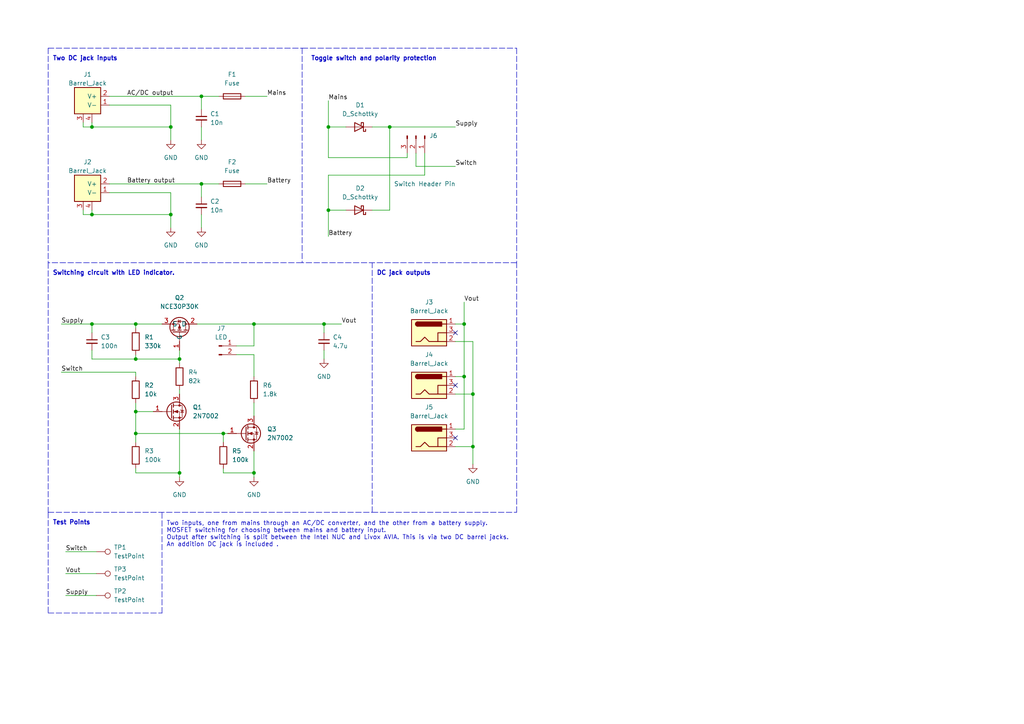
<source format=kicad_sch>
(kicad_sch (version 20211123) (generator eeschema)
  (paper "A4")
  (title_block (title "Power Distribution and Switching") (date "December 2022") (rev "V0") (company "University of Cape Town") (comment 1 "Based off of design by Stanton (2022)") (comment 2 "Author: Sarah Tallack") (comment 3 "Project: Sea Ice Imaging"))
  (lib_symbols
    (symbol "Barrel_Jack_1" (pin_names (offset 1.016))
      (property "Reference" "J1" (at 0 8.89 0))
      (property "Value" "Barrel_Jack" (at 0 6.35 0))
      (symbol "Barrel_Jack_1_0_1"
        (rectangle (start -2.54 2.54) (end 5.08 -5.08) (stroke (width 0.254)) (fill (type background)))
      )
      (symbol "Barrel_Jack_1_1_1"
        (pin passive line (at 7.62 -2.54 180) (length 2.54) (name "V-") (number "1"))
        (pin passive line (at 7.62 0 180) (length 2.54) (name "V+") (number "2"))
        (pin passive line (at 0 -7.62 90) (length 2.54) (name "~") (number "3"))
        (pin passive line (at 2.54 -7.62 90) (length 2.54) (name "~") (number "4"))
      )
    )
    (symbol "Connector:Conn_01x02_Male" (pin_names (offset 1.016) hide)
      (property "Reference" "J" (at 0 2.54 0))
      (property "Value" "Conn_01x02_Male" (at 0 -5.08 0))
      (symbol "Conn_01x02_Male_1_1"
        (polyline (pts (xy 1.27 -2.54) (xy 0.8636 -2.54)) (stroke (width 0.1524)))
        (polyline (pts (xy 1.27 0) (xy 0.8636 0)) (stroke (width 0.1524)))
        (rectangle (start 0.8636 -2.413) (end 0 -2.667) (stroke (width 0.1524)) (fill (type outline)))
        (rectangle (start 0.8636 0.127) (end 0 -0.127) (stroke (width 0.1524)) (fill (type outline)))
        (pin passive line (at 5.08 0 180) (length 3.81) (name "Pin_1") (number "1"))
        (pin passive line (at 5.08 -2.54 180) (length 3.81) (name "Pin_2") (number "2"))
      )
    )
    (symbol "Connector:Conn_01x03_Male" (pin_names (offset 1.016) hide)
      (property "Reference" "J" (at 0 5.08 0))
      (property "Value" "Conn_01x03_Male" (at 0 -5.08 0))
      (symbol "Conn_01x03_Male_1_1"
        (polyline (pts (xy 1.27 -2.54) (xy 0.8636 -2.54)) (stroke (width 0.1524)))
        (polyline (pts (xy 1.27 0) (xy 0.8636 0)) (stroke (width 0.1524)))
        (polyline (pts (xy 1.27 2.54) (xy 0.8636 2.54)) (stroke (width 0.1524)))
        (rectangle (start 0.8636 -2.413) (end 0 -2.667) (stroke (width 0.1524)) (fill (type outline)))
        (rectangle (start 0.8636 0.127) (end 0 -0.127) (stroke (width 0.1524)) (fill (type outline)))
        (rectangle (start 0.8636 2.667) (end 0 2.413) (stroke (width 0.1524)) (fill (type outline)))
        (pin passive line (at 5.08 2.54 180) (length 3.81) (name "Pin_1") (number "1"))
        (pin passive line (at 5.08 0 180) (length 3.81) (name "Pin_2") (number "2"))
        (pin passive line (at 5.08 -2.54 180) (length 3.81) (name "Pin_3") (number "3"))
      )
    )
    (symbol "Connector:TestPoint" (pin_numbers hide) (pin_names (offset 0.762) hide)
      (property "Reference" "TP" (at 0 6.858 0))
      (property "Value" "TestPoint" (at 0 5.08 0))
      (symbol "TestPoint_0_1"
        (circle (center 0 3.302) (radius 0.762))
      )
      (symbol "TestPoint_1_1"
        (pin passive line (at 0 0 90) (length 2.54) (name "1") (number "1"))
      )
    )
    (symbol "Device:C_Small" (pin_numbers hide) (pin_names (offset 0.254) hide)
      (property "Reference" "C" (at 0.254 1.778 0))
      (property "Value" "C_Small" (at 0.254 -2.032 0))
      (symbol "C_Small_0_1"
        (polyline (pts (xy -1.524 -0.508) (xy 1.524 -0.508)) (stroke (width 0.3302)))
        (polyline (pts (xy -1.524 0.508) (xy 1.524 0.508)) (stroke (width 0.3048)))
      )
      (symbol "C_Small_1_1"
        (pin passive line (at 0 2.54 270) (length 2.032) (name "~") (number "1"))
        (pin passive line (at 0 -2.54 90) (length 2.032) (name "~") (number "2"))
      )
    )
    (symbol "Device:D_Schottky" (pin_numbers hide) (pin_names (offset 1.016) hide)
      (property "Reference" "D" (at 0 2.54 0))
      (property "Value" "D_Schottky" (at 0 -2.54 0))
      (symbol "D_Schottky_0_1"
        (polyline (pts (xy 1.27 0) (xy -1.27 0)))
        (polyline (pts (xy 1.27 1.27) (xy 1.27 -1.27) (xy -1.27 0) (xy 1.27 1.27)) (stroke (width 0.254)))
        (polyline (pts (xy -1.905 0.635) (xy -1.905 1.27) (xy -1.27 1.27) (xy -1.27 -1.27) (xy -0.635 -1.27) (xy -0.635 -0.635)) (stroke (width 0.254)))
      )
      (symbol "D_Schottky_1_1"
        (pin passive line (at -3.81 0 0) (length 2.54) (name "K") (number "1"))
        (pin passive line (at 3.81 0 180) (length 2.54) (name "A") (number "2"))
      )
    )
    (symbol "Device:Fuse" (pin_numbers hide) (pin_names (offset 0))
      (property "Reference" "F" (at 2.032 0 90))
      (property "Value" "Fuse" (at -1.905 0 90))
      (symbol "Fuse_0_1"
        (rectangle (start -0.762 -2.54) (end 0.762 2.54) (stroke (width 0.254)))
        (polyline (pts (xy 0 2.54) (xy 0 -2.54)))
      )
      (symbol "Fuse_1_1"
        (pin passive line (at 0 3.81 270) (length 1.27) (name "~") (number "1"))
        (pin passive line (at 0 -3.81 90) (length 1.27) (name "~") (number "2"))
      )
    )
    (symbol "Device:R" (pin_numbers hide) (pin_names (offset 0))
      (property "Reference" "R" (at 2.032 0 90))
      (property "Value" "R" (at 0 0 90))
      (symbol "R_0_1"
        (rectangle (start -1.016 -2.54) (end 1.016 2.54) (stroke (width 0.254)))
      )
      (symbol "R_1_1"
        (pin passive line (at 0 3.81 270) (length 1.27) (name "~") (number "1"))
        (pin passive line (at 0 -3.81 90) (length 1.27) (name "~") (number "2"))
      )
    )
    (symbol "SarahLibrary:Barrel_Jack" (pin_names (offset 1.016))
      (property "Reference" "J2" (at 0 8.89 0))
      (property "Value" "Barrel_Jack" (at 0 6.35 0))
      (symbol "Barrel_Jack_0_1"
        (rectangle (start -5.08 3.81) (end 5.08 -3.81) (stroke (width 0.254)) (fill (type background)))
        (arc (start -3.302 3.175) (mid -3.937 2.54) (end -3.302 1.905) (stroke (width 0.254)))
        (arc (start -3.302 3.175) (mid -3.937 2.54) (end -3.302 1.905) (stroke (width 0.254)) (fill (type outline)))
        (polyline (pts (xy 5.08 2.54) (xy 3.81 2.54)) (stroke (width 0.254)))
        (polyline (pts (xy 2.54 -2.54) (xy 2.54 0) (xy 5.08 0)) (stroke (width 0.25)))
        (polyline (pts (xy -3.81 -2.54) (xy -2.54 -2.54) (xy -1.27 -1.27) (xy 0 -2.54) (xy 2.54 -2.54) (xy 5.08 -2.54)) (stroke (width 0.254)))
        (rectangle (start 3.683 3.175) (end -3.302 1.905) (stroke (width 0.254)) (fill (type outline)))
      )
      (symbol "Barrel_Jack_1_1"
        (pin passive line (at 7.62 2.54 180) (length 2.54) (name "~") (number "1"))
        (pin passive line (at 7.62 -2.54 180) (length 2.54) (name "~") (number "2"))
        (pin passive line (at 7.62 0 180) (length 2.54) (name "~") (number "3"))
      )
    )
    (symbol "SarahLibrary:NCE30P30K"
      (property "Reference" "Q" (at 0 0 0))
      (property "Value" "NCE30P30K" (at 0 0 0))
      (symbol "NCE30P30K_0_1"
        (circle (center -12.319 0) (radius 2.794) (stroke (width 0.254)))
        (circle (center -11.43 -1.778) (radius 0.254) (fill (type outline)))
        (circle (center -11.43 1.778) (radius 0.254) (fill (type outline)))
        (polyline (pts (xy -13.716 0) (xy -16.51 0)))
        (polyline (pts (xy -13.716 1.905) (xy -13.716 -1.905)) (stroke (width 0.254)))
        (polyline (pts (xy -13.208 -1.27) (xy -13.208 -2.286)) (stroke (width 0.254)))
        (polyline (pts (xy -13.208 0.508) (xy -13.208 -0.508)) (stroke (width 0.254)))
        (polyline (pts (xy -13.208 2.286) (xy -13.208 1.27)) (stroke (width 0.254)))
        (polyline (pts (xy -11.43 2.54) (xy -11.43 1.778)))
        (polyline (pts (xy -11.43 -2.54) (xy -11.43 0) (xy -13.208 0)))
        (polyline (pts (xy -13.208 1.778) (xy -10.668 1.778) (xy -10.668 -1.778) (xy -13.208 -1.778)))
        (polyline (pts (xy -11.684 0) (xy -12.7 0.381) (xy -12.7 -0.381) (xy -11.684 0)) (fill (type outline)))
        (polyline (pts (xy -11.176 -0.508) (xy -11.049 -0.381) (xy -10.287 -0.381) (xy -10.16 -0.254)))
        (polyline (pts (xy -10.668 -0.381) (xy -11.049 0.254) (xy -10.287 0.254) (xy -10.668 -0.381)))
      )
      (symbol "NCE30P30K_1_1"
        (pin passive line (at -19.05 0 0) (length 2.54) (name "G") (number "1"))
        (pin passive line (at -11.43 5.08 270) (length 2.54) (name "D") (number "2"))
        (pin passive line (at -11.43 -5.08 90) (length 2.54) (name "S") (number "3"))
      )
    )
    (symbol "Transistor_FET:2N7002" (pin_names hide)
      (property "Reference" "Q" (at 5.08 1.905 0))
      (property "Value" "2N7002" (at 5.08 0 0))
      (symbol "2N7002_0_1"
        (polyline (pts (xy 0.254 0) (xy -2.54 0)))
        (polyline (pts (xy 0.254 1.905) (xy 0.254 -1.905)) (stroke (width 0.254)))
        (polyline (pts (xy 0.762 -1.27) (xy 0.762 -2.286)) (stroke (width 0.254)))
        (polyline (pts (xy 0.762 0.508) (xy 0.762 -0.508)) (stroke (width 0.254)))
        (polyline (pts (xy 0.762 2.286) (xy 0.762 1.27)) (stroke (width 0.254)))
        (polyline (pts (xy 2.54 2.54) (xy 2.54 1.778)))
        (polyline (pts (xy 2.54 -2.54) (xy 2.54 0) (xy 0.762 0)))
        (polyline (pts (xy 0.762 -1.778) (xy 3.302 -1.778) (xy 3.302 1.778) (xy 0.762 1.778)))
        (polyline (pts (xy 1.016 0) (xy 2.032 0.381) (xy 2.032 -0.381) (xy 1.016 0)) (fill (type outline)))
        (polyline (pts (xy 2.794 0.508) (xy 2.921 0.381) (xy 3.683 0.381) (xy 3.81 0.254)))
        (polyline (pts (xy 3.302 0.381) (xy 2.921 -0.254) (xy 3.683 -0.254) (xy 3.302 0.381)))
        (circle (center 1.651 0) (radius 2.794) (stroke (width 0.254)))
        (circle (center 2.54 -1.778) (radius 0.254) (fill (type outline)))
        (circle (center 2.54 1.778) (radius 0.254) (fill (type outline)))
      )
      (symbol "2N7002_1_1"
        (pin input line (at -5.08 0 0) (length 2.54) (name "G") (number "1"))
        (pin passive line (at 2.54 -5.08 90) (length 2.54) (name "S") (number "2"))
        (pin passive line (at 2.54 5.08 270) (length 2.54) (name "D") (number "3"))
      )
    )
    (symbol "power:GND" (power) (pin_names (offset 0))
      (property "Value" "GND" (at 0 -3.81 0))
      (symbol "GND_0_1"
        (polyline (pts (xy 0 0) (xy 0 -1.27) (xy 1.27 -1.27) (xy 0 -2.54) (xy -1.27 -1.27) (xy 0 -1.27)))
      )
      (symbol "GND_1_1"
        (pin power_in line (at 0 0 270) (length 0) hide (name "GND") (number "1"))
      )
    )
  )
  (junction (at 39.37 93.98))
  (junction (at 95.25 60.96))
  (junction (at 26.67 93.98))
  (junction (at 137.16 114.3))
  (junction (at 73.66 137.16))
  (junction (at 58.42 27.94))
  (junction (at 58.42 53.34))
  (junction (at 39.37 104.14))
  (junction (at 113.03 36.83))
  (junction (at 52.07 137.16))
  (junction (at 73.66 93.98))
  (junction (at 26.67 36.83))
  (junction (at 49.53 36.83))
  (junction (at 39.37 119.38))
  (junction (at 49.53 62.23))
  (junction (at 134.62 109.22))
  (junction (at 134.62 93.98))
  (junction (at 95.25 36.83))
  (junction (at 52.07 104.14))
  (junction (at 137.16 129.54))
  (junction (at 39.37 125.73))
  (junction (at 93.98 93.98))
  (junction (at 64.77 125.73))
  (junction (at 26.67 62.23))
  (no_connect (at 132.08 111.76))
  (no_connect (at 132.08 96.52))
  (no_connect (at 132.08 127))
  (wire (pts (xy 132.08 124.46) (xy 134.62 124.46)))
  (wire (pts (xy 113.03 60.96) (xy 113.03 36.83)))
  (wire (pts (xy 39.37 137.16) (xy 39.37 135.89)))
  (wire (pts (xy 17.78 107.95) (xy 39.37 107.95)))
  (wire (pts (xy 49.53 30.48) (xy 49.53 36.83)))
  (wire (pts (xy 73.66 102.87) (xy 73.66 109.22)))
  (polyline (pts (xy 87.63 13.97) (xy 87.63 76.2)))
  (wire (pts (xy 132.08 109.22) (xy 134.62 109.22)))
  (wire (pts (xy 24.13 60.96) (xy 24.13 62.23)))
  (wire (pts (xy 19.05 172.72) (xy 27.94 172.72)))
  (wire (pts (xy 95.25 36.83) (xy 95.25 29.21)))
  (polyline (pts (xy 149.86 76.2) (xy 87.63 76.2)))
  (polyline (pts (xy 13.97 148.59) (xy 13.97 177.8)))
  (wire (pts (xy 95.25 60.96) (xy 95.25 68.58)))
  (wire (pts (xy 39.37 104.14) (xy 52.07 104.14)))
  (wire (pts (xy 120.65 48.26) (xy 120.65 44.45)))
  (wire (pts (xy 26.67 101.6) (xy 26.67 104.14)))
  (wire (pts (xy 17.78 93.98) (xy 26.67 93.98)))
  (wire (pts (xy 107.95 60.96) (xy 113.03 60.96)))
  (polyline (pts (xy 46.99 177.8) (xy 46.99 148.59)))
  (wire (pts (xy 26.67 62.23) (xy 49.53 62.23)))
  (wire (pts (xy 107.95 36.83) (xy 113.03 36.83)))
  (wire (pts (xy 120.65 48.26) (xy 132.08 48.26)))
  (wire (pts (xy 26.67 104.14) (xy 39.37 104.14)))
  (wire (pts (xy 137.16 129.54) (xy 137.16 114.3)))
  (wire (pts (xy 52.07 113.03) (xy 52.07 114.3)))
  (wire (pts (xy 39.37 125.73) (xy 39.37 128.27)))
  (wire (pts (xy 68.58 100.33) (xy 73.66 100.33)))
  (wire (pts (xy 31.75 27.94) (xy 58.42 27.94)))
  (wire (pts (xy 95.25 60.96) (xy 100.33 60.96)))
  (wire (pts (xy 52.07 137.16) (xy 52.07 138.43)))
  (wire (pts (xy 24.13 36.83) (xy 26.67 36.83)))
  (polyline (pts (xy 107.95 148.59) (xy 107.95 76.2)))
  (wire (pts (xy 58.42 53.34) (xy 63.5 53.34)))
  (wire (pts (xy 52.07 124.46) (xy 52.07 137.16)))
  (wire (pts (xy 134.62 87.63) (xy 134.62 93.98)))
  (wire (pts (xy 73.66 102.87) (xy 68.58 102.87)))
  (wire (pts (xy 49.53 55.88) (xy 49.53 62.23)))
  (wire (pts (xy 134.62 93.98) (xy 134.62 109.22)))
  (wire (pts (xy 39.37 107.95) (xy 39.37 109.22)))
  (wire (pts (xy 26.67 93.98) (xy 26.67 96.52)))
  (wire (pts (xy 95.25 36.83) (xy 100.33 36.83)))
  (wire (pts (xy 64.77 125.73) (xy 66.04 125.73)))
  (wire (pts (xy 49.53 36.83) (xy 49.53 40.64)))
  (wire (pts (xy 123.19 50.8) (xy 123.19 44.45)))
  (wire (pts (xy 31.75 53.34) (xy 58.42 53.34)))
  (wire (pts (xy 137.16 114.3) (xy 137.16 99.06)))
  (wire (pts (xy 73.66 93.98) (xy 93.98 93.98)))
  (wire (pts (xy 73.66 116.84) (xy 73.66 120.65)))
  (polyline (pts (xy 149.86 13.97) (xy 149.86 76.2)))
  (wire (pts (xy 26.67 36.83) (xy 26.67 35.56)))
  (wire (pts (xy 58.42 40.64) (xy 58.42 36.83)))
  (polyline (pts (xy 13.97 13.97) (xy 13.97 76.2)))
  (wire (pts (xy 24.13 36.83) (xy 24.13 35.56)))
  (wire (pts (xy 26.67 36.83) (xy 49.53 36.83)))
  (wire (pts (xy 26.67 60.96) (xy 26.67 62.23)))
  (wire (pts (xy 113.03 36.83) (xy 132.08 36.83)))
  (wire (pts (xy 64.77 128.27) (xy 64.77 125.73)))
  (wire (pts (xy 95.25 45.72) (xy 118.11 45.72)))
  (wire (pts (xy 31.75 55.88) (xy 49.53 55.88)))
  (wire (pts (xy 26.67 93.98) (xy 39.37 93.98)))
  (wire (pts (xy 77.47 53.34) (xy 71.12 53.34)))
  (wire (pts (xy 19.05 160.02) (xy 27.94 160.02)))
  (wire (pts (xy 52.07 105.41) (xy 52.07 104.14)))
  (wire (pts (xy 39.37 116.84) (xy 39.37 119.38)))
  (wire (pts (xy 19.05 166.37) (xy 27.94 166.37)))
  (wire (pts (xy 24.13 62.23) (xy 26.67 62.23)))
  (wire (pts (xy 132.08 129.54) (xy 137.16 129.54)))
  (wire (pts (xy 39.37 93.98) (xy 46.99 93.98)))
  (wire (pts (xy 39.37 102.87) (xy 39.37 104.14)))
  (wire (pts (xy 49.53 62.23) (xy 49.53 66.04)))
  (wire (pts (xy 93.98 93.98) (xy 93.98 96.52)))
  (wire (pts (xy 93.98 93.98) (xy 99.06 93.98)))
  (wire (pts (xy 58.42 27.94) (xy 63.5 27.94)))
  (wire (pts (xy 58.42 66.04) (xy 58.42 62.23)))
  (wire (pts (xy 132.08 99.06) (xy 137.16 99.06)))
  (wire (pts (xy 57.15 93.98) (xy 73.66 93.98)))
  (polyline (pts (xy 149.86 148.59) (xy 149.86 76.2)))
  (wire (pts (xy 134.62 93.98) (xy 132.08 93.98)))
  (polyline (pts (xy 13.97 148.59) (xy 107.95 148.59)))
  (polyline (pts (xy 107.95 148.59) (xy 149.86 148.59)))
  (polyline (pts (xy 13.97 177.8) (xy 46.99 177.8)))
  (wire (pts (xy 95.25 50.8) (xy 95.25 60.96)))
  (polyline (pts (xy 13.97 76.2) (xy 13.97 148.59)))
  (polyline (pts (xy 87.63 13.97) (xy 149.86 13.97)))
  (polyline (pts (xy 13.97 13.97) (xy 87.63 13.97)))
  (wire (pts (xy 39.37 125.73) (xy 64.77 125.73)))
  (wire (pts (xy 134.62 124.46) (xy 134.62 109.22)))
  (wire (pts (xy 95.25 45.72) (xy 95.25 36.83)))
  (wire (pts (xy 39.37 119.38) (xy 39.37 125.73)))
  (wire (pts (xy 93.98 101.6) (xy 93.98 104.14)))
  (wire (pts (xy 73.66 130.81) (xy 73.66 137.16)))
  (wire (pts (xy 132.08 114.3) (xy 137.16 114.3)))
  (wire (pts (xy 137.16 134.62) (xy 137.16 129.54)))
  (wire (pts (xy 77.47 27.94) (xy 71.12 27.94)))
  (wire (pts (xy 95.25 50.8) (xy 123.19 50.8)))
  (wire (pts (xy 118.11 45.72) (xy 118.11 44.45)))
  (wire (pts (xy 58.42 27.94) (xy 58.42 31.75)))
  (wire (pts (xy 31.75 30.48) (xy 49.53 30.48)))
  (wire (pts (xy 52.07 101.6) (xy 52.07 104.14)))
  (wire (pts (xy 64.77 137.16) (xy 64.77 135.89)))
  (wire (pts (xy 39.37 119.38) (xy 44.45 119.38)))
  (wire (pts (xy 64.77 137.16) (xy 73.66 137.16)))
  (polyline (pts (xy 87.63 76.2) (xy 13.97 76.2)))
  (wire (pts (xy 39.37 93.98) (xy 39.37 95.25)))
  (wire (pts (xy 58.42 53.34) (xy 58.42 57.15)))
  (wire (pts (xy 73.66 93.98) (xy 73.66 100.33)))
  (wire (pts (xy 39.37 137.16) (xy 52.07 137.16)))
  (wire (pts (xy 73.66 137.16) (xy 73.66 138.43)))
  (text "Toggle switch and polarity protection" (at 90.17 17.78 0) (effects (font (size 1.27 1.27) (thickness 0.254) bold) (justify left bottom)))
  (text "Two inputs, one from mains through an AC/DC converter, and the other from a battery supply.\nMOSFET switching for choosing between mains and battery input.\nOutput after switching is split between the Intel NUC and Livox AVIA. This is via two DC barrel jacks.\nAn addition DC jack is included ." (at 48.26 158.75 0) (effects (font (size 1.27 1.27)) (justify left bottom)))
  (text "Test Points\n" (at 15.24 152.4 0) (effects (font (size 1.27 1.27) bold) (justify left bottom)))
  (text "Switching circuit with LED indicator." (at 15.24 80.01 0) (effects (font (size 1.27 1.27) bold) (justify left bottom)))
  (text "DC jack outputs" (at 109.22 80.01 0) (effects (font (size 1.27 1.27) bold) (justify left bottom)))
  (text "Two DC jack inputs" (at 15.24 17.78 0) (effects (font (size 1.27 1.27) (thickness 0.254) bold) (justify left bottom)))
  (label "Battery output" (at 36.83 53.34 0))
  (label "Switch" (at 132.08 48.26 0))
  (label "Supply" (at 132.08 36.83 0))
  (label "Mains" (at 95.25 29.21 0))
  (label "Battery" (at 95.25 68.58 0))
  (label "Vout" (at 134.62 87.63 0))
  (label "Switch" (at 17.78 107.95 0))
  (label "AC{slash}DC output" (at 36.83 27.94 0))
  (label "Supply" (at 19.05 172.72 0))
  (label "Vout" (at 19.05 166.37 0))
  (label "Battery" (at 77.47 53.34 0))
  (label "Vout" (at 99.06 93.98 0))
  (label "Mains" (at 77.47 27.94 0))
  (label "Switch" (at 19.05 160.02 0))
  (label "Supply" (at 17.78 93.98 0))
  (symbol (lib_id "Device:R") (at 64.77 132.08 0) (unit 1)
    (property "Reference" "R5" (at 67.31 130.8099 0) (effects (justify left)))
    (property "Value" "100k" (at 67.31 133.3499 0) (effects (justify left)))
    (property "Footprint" "Resistor_SMD:R_0402_1005Metric" (effects hide))
    (property "Datasheet" "https://datasheet.lcsc.com/lcsc/2205312316_UNI-ROYAL-Uniroyal-Elec-0805W8F1003T5E_C149504.pdf" (effects hide))
    (property "LCSC No." "C25741" (effects hide))
    (property "Price" "0.0005" (effects hide))
    (property "Extended" "0" (effects hide))
  )
  (symbol (lib_name "Barrel_Jack_1") (lib_id "Connector:Barrel_Jack") (at 24.13 27.94 0) (unit 1)
    (property "Reference" "J1" (at 25.4 21.59 0))
    (property "Value" "Barrel_Jack" (at 25.4 24.13 0))
    (property "Footprint" "Footprints:CONN-TH_XT60PW-M" (effects hide))
    (property "Datasheet" "https://datasheet.lcsc.com/lcsc/1810251313_Changzhou-Amass-Elec-XT60PW-M_C98732.pdf" (effects hide))
    (property "LCSC No." "C98732" (effects hide))
    (property "Price" "0.3915" (effects hide))
    (property "Extended" "1" (effects hide))
  )
  (symbol (lib_id "power:GND") (at 73.66 138.43 0) (unit 1)
    (property "Reference" "#PWR07" (effects hide))
    (property "Value" "GND" (at 73.66 143.51 0))
  )
  (symbol (lib_id "power:GND") (at 49.53 40.64 0) (unit 1)
    (property "Reference" "#PWR02" (effects hide))
    (property "Value" "GND" (at 49.53 45.72 0))
  )
  (symbol (lib_id "Device:R") (at 39.37 132.08 0) (unit 1)
    (property "Reference" "R3" (at 41.91 130.8099 0) (effects (justify left)))
    (property "Value" "100k" (at 41.91 133.3499 0) (effects (justify left)))
    (property "Footprint" "Resistor_SMD:R_0402_1005Metric" (effects hide))
    (property "Datasheet" "https://datasheet.lcsc.com/lcsc/2205312316_UNI-ROYAL-Uniroyal-Elec-0805W8F1003T5E_C149504.pdf" (effects hide))
    (property "LCSC No." "C25741" (effects hide))
    (property "Price" "0.0005" (effects hide))
    (property "Extended" "0" (effects hide))
  )
  (symbol (lib_id "power:GND") (at 49.53 66.04 0) (unit 1)
    (property "Reference" "#PWR03" (effects hide))
    (property "Value" "GND" (at 49.53 71.12 0))
  )
  (symbol (lib_id "SarahLibrary:Barrel_Jack") (at 124.46 127 0) (unit 1)
    (property "Reference" "J5" (at 124.46 118.11 0))
    (property "Value" "Barrel_Jack" (at 124.46 120.65 0))
    (property "Footprint" "Footprints:DC Jack 5A" (effects hide))
    (property "Datasheet" "https://datasheet.lcsc.com/lcsc/2110151730_XKB-Connectivity-DC-005-5A-3-0_C388625.pdf" (effects hide))
    (property "LCSC No." "C388625" (effects hide))
    (property "Price" "0.2379" (effects hide))
    (property "Extended" "1" (effects hide))
  )
  (symbol (lib_id "Transistor_FET:2N7002") (at 71.12 125.73 0) (unit 1)
    (property "Reference" "Q3" (at 77.47 124.4599 0) (effects (justify left)))
    (property "Value" "2N7002" (at 77.47 126.9999 0) (effects (justify left)))
    (property "Footprint" "Package_TO_SOT_SMD:SOT-23" (effects hide))
    (property "Datasheet" "https://datasheet.lcsc.com/lcsc/1810151612_Jiangsu-Changjing-Electronics-Technology-Co---Ltd--2N7002_C8545.pdf" (effects hide))
    (property "LCSC No." "C8545" (effects hide))
    (property "Price" "0.0149" (effects hide))
    (property "Extended" "0" (effects hide))
  )
  (symbol (lib_id "power:GND") (at 137.16 134.62 0) (unit 1)
    (property "Reference" "#PWR01" (effects hide))
    (property "Value" "GND" (at 137.16 139.7 0))
  )
  (symbol (lib_id "Connector:Conn_01x03_Male") (at 120.65 39.37 270) (unit 1)
    (property "Reference" "J6" (at 125.73 39.37 90))
    (property "Value" "Switch Header Pin" (at 123.19 53.34 90))
    (property "Footprint" "Footprints:3 Pin Male Header" (effects hide))
    (property "Datasheet" "https://datasheet.lcsc.com/lcsc/1811021622_BOOMELE-Boom-Precision-Elec-VH-3A_C20547.pdf" (effects hide))
    (property "LCSC No." "C20547" (effects hide))
    (property "Price" "0.0303" (effects hide))
    (property "Extended" "1" (effects hide))
  )
  (symbol (lib_id "Connector:TestPoint") (at 27.94 160.02 270) (unit 1)
    (property "Reference" "TP1" (at 33.02 158.7499 90) (effects (justify left)))
    (property "Value" "TestPoint" (at 33.02 161.2899 90) (effects (justify left)))
    (property "Footprint" "TestPoint:TestPoint_Plated_Hole_D2.0mm" (effects hide))
  )
  (symbol (lib_id "power:GND") (at 58.42 66.04 0) (unit 1)
    (property "Reference" "#PWR05" (effects hide))
    (property "Value" "GND" (at 58.42 71.12 0))
  )
  (symbol (lib_id "Device:R") (at 52.07 109.22 0) (unit 1)
    (property "Reference" "R4" (at 54.61 107.9499 0) (effects (justify left)))
    (property "Value" "82k" (at 54.61 110.4899 0) (effects (justify left)))
    (property "Footprint" "Resistor_SMD:R_0805_2012Metric" (effects hide))
    (property "Datasheet" "https://datasheet.lcsc.com/lcsc/2205311830_UNI-ROYAL-Uniroyal-Elec-0805W8F8202T5E_C17840.pdf" (effects hide))
    (property "LCSC No." "C17840" (effects hide))
    (property "Price" "0.0016" (effects hide))
    (property "Extended" "0" (effects hide))
  )
  (symbol (lib_id "Device:C_Small") (at 93.98 99.06 0) (unit 1)
    (property "Reference" "C4" (at 96.52 97.7962 0) (effects (justify left)))
    (property "Value" "4.7u" (at 96.52 100.3362 0) (effects (justify left)))
    (property "Footprint" "Capacitor_SMD:C_1206_3216Metric" (effects hide))
    (property "Datasheet" "https://datasheet.lcsc.com/lcsc/1811091112_FH--Guangdong-Fenghua-Advanced-Tech-1206B475K500NT_C29823.pdf" (effects hide))
    (property "LCSC No." "C29823" (effects hide))
    (property "Price" "0.0091" (effects hide))
    (property "Extended" "0" (effects hide))
  )
  (symbol (lib_id "Device:D_Schottky") (at 104.14 36.83 180) (unit 1)
    (property "Reference" "D1" (at 104.4575 30.48 0))
    (property "Value" "D_Schottky" (at 104.4575 33.02 0))
    (property "Footprint" "Footprints:Schottky Diode SK1010C" (effects hide))
    (property "Datasheet" "https://datasheet.lcsc.com/lcsc/2012211036_MDD-Microdiode-Electronics--SK1010C_C65020.pdf" (effects hide))
    (property "LCSC No." "C65020" (effects hide))
    (property "Price" "0.1616" (effects hide))
    (property "Extended" "1" (effects hide))
  )
  (symbol (lib_id "Device:C_Small") (at 58.42 34.29 0) (unit 1)
    (property "Reference" "C1" (at 60.96 33.0262 0) (effects (justify left)))
    (property "Value" "10n" (at 60.96 35.5662 0) (effects (justify left)))
    (property "Footprint" "Capacitor_SMD:C_0402_1005Metric" (effects hide))
    (property "Datasheet" "https://datasheet.lcsc.com/lcsc/1810191223_Samsung-Electro-Mechanics-CL05B103KB5NNNC_C15195.pdf" (effects hide))
    (property "LCSC No." "C15195" (effects hide))
    (property "Price" "0.0009" (effects hide))
    (property "Extended" "0" (effects hide))
    (property "Populate" "Yes" (effects hide))
  )
  (symbol (lib_id "Device:Fuse") (at 67.31 27.94 90) (unit 1)
    (property "Reference" "F1" (at 67.31 21.59 90))
    (property "Value" "Fuse" (at 67.31 24.13 90))
    (property "Footprint" "Footprints:FUSE Holder ROHS" (effects hide))
    (property "Datasheet" "https://datasheet.lcsc.com/lcsc/1811061209_Xucheng-Elec-C3131_C3131.pdf" (effects hide))
    (property "LCSC No." "C3131" (effects hide))
    (property "Price" "0.0590" (effects hide))
    (property "Extended" "1" (effects hide))
  )
  (symbol (lib_id "Connector:Conn_01x02_Male") (at 63.5 100.33 0) (unit 1)
    (property "Reference" "J7" (at 64.135 95.25 0))
    (property "Value" "LED" (at 64.135 97.79 0))
    (property "Footprint" "Footprints:2 Pin Male Header" (effects hide))
    (property "Datasheet" "https://datasheet.lcsc.com/lcsc/1811132110_BOOMELE-Boom-Precision-Elec-XH-2A_C20079.pdf" (effects hide))
    (property "LCSC No." "C20079" (effects hide))
    (property "Price" "0.0058" (effects hide))
    (property "Extended" "1" (effects hide))
  )
  (symbol (lib_name "Barrel_Jack_1") (lib_id "Connector:Barrel_Jack") (at 24.13 53.34 0) (unit 1)
    (property "Reference" "J2" (at 25.4 46.99 0))
    (property "Value" "Barrel_Jack" (at 25.4 49.53 0))
    (property "Footprint" "Footprints:CONN-TH_XT60PW-M" (effects hide))
    (property "Datasheet" "https://datasheet.lcsc.com/lcsc/1810251313_Changzhou-Amass-Elec-XT60PW-M_C98732.pdf" (effects hide))
    (property "LCSC No." "C98732" (effects hide))
    (property "Price" "0.3915" (effects hide))
    (property "Extended" "1" (effects hide))
  )
  (symbol (lib_id "SarahLibrary:NCE30P30K") (at 52.07 82.55 270) (mirror x) (unit 1)
    (property "Reference" "Q2" (at 52.07 86.36 90))
    (property "Value" "NCE30P30K" (at 52.07 88.9 90))
    (property "Footprint" "Footprints:NCE30P30K P channel MOSFET" (effects hide))
    (property "Datasheet" "https://datasheet.lcsc.com/lcsc/1811041601_Wuxi-NCE-Power-Semiconductor-NCE30P30K_C130106.pdf" (effects hide))
    (property "LCSC No." "C130106" (effects hide))
    (property "Price" "0.1349" (effects hide))
    (property "Extended" "1" (effects hide))
  )
  (symbol (lib_id "Connector:TestPoint") (at 27.94 166.37 270) (unit 1)
    (property "Reference" "TP3" (at 33.02 165.0999 90) (effects (justify left)))
    (property "Value" "TestPoint" (at 33.02 167.6399 90) (effects (justify left)))
    (property "Footprint" "TestPoint:TestPoint_Plated_Hole_D2.0mm" (effects hide))
  )
  (symbol (lib_id "Device:R") (at 73.66 113.03 180) (unit 1)
    (property "Reference" "R6" (at 76.2 111.7599 0) (effects (justify right)))
    (property "Value" "1.8k" (at 76.2 114.2999 0) (effects (justify right)))
    (property "Footprint" "Resistor_SMD:R_0805_2012Metric" (effects hide))
    (property "Datasheet" "https://datasheet.lcsc.com/lcsc/2206010216_UNI-ROYAL-Uniroyal-Elec-0805W8F1801T5E_C17398.pdf" (effects hide))
    (property "LCSC No." "C17398" (effects hide))
    (property "Price" "0.0016" (effects hide))
    (property "Extended" "0" (effects hide))
  )
  (symbol (lib_id "Device:R") (at 39.37 99.06 0) (unit 1)
    (property "Reference" "R1" (at 41.91 97.7899 0) (effects (justify left)))
    (property "Value" "330k" (at 41.91 100.3299 0) (effects (justify left)))
    (property "Footprint" "Resistor_SMD:R_0402_1005Metric" (effects hide))
    (property "Datasheet" "https://datasheet.lcsc.com/lcsc/2206010100_UNI-ROYAL-Uniroyal-Elec-0402WGF3303TCE_C25778.pdf" (effects hide))
    (property "LCSC No." "C25778" (effects hide))
    (property "Price" "0.0005" (effects hide))
    (property "Extended" "0" (effects hide))
  )
  (symbol (lib_id "SarahLibrary:Barrel_Jack") (at 124.46 96.52 0) (unit 1)
    (property "Reference" "J3" (at 124.46 87.63 0))
    (property "Value" "Barrel_Jack" (at 124.46 90.17 0))
    (property "Footprint" "Footprints:DC Jack 5A" (effects hide))
    (property "Datasheet" "https://datasheet.lcsc.com/lcsc/2110151730_XKB-Connectivity-DC-005-5A-3-0_C388625.pdf" (effects hide))
    (property "LCSC No." "C388625" (effects hide))
    (property "Price" "0.2379" (effects hide))
    (property "Extended" "1" (effects hide))
  )
  (symbol (lib_id "Device:C_Small") (at 58.42 59.69 0) (unit 1)
    (property "Reference" "C2" (at 60.96 58.4262 0) (effects (justify left)))
    (property "Value" "10n" (at 60.96 60.9662 0) (effects (justify left)))
    (property "Footprint" "Capacitor_SMD:C_0402_1005Metric" (effects hide))
    (property "Datasheet" "https://datasheet.lcsc.com/lcsc/1810191223_Samsung-Electro-Mechanics-CL05B103KB5NNNC_C15195.pdf" (effects hide))
    (property "LCSC No." "C15195" (effects hide))
    (property "Price" "0.0009" (effects hide))
    (property "Extended" "0" (effects hide))
    (property "Populate" "Yes" (effects hide))
  )
  (symbol (lib_id "Connector:TestPoint") (at 27.94 172.72 270) (unit 1)
    (property "Reference" "TP2" (at 33.02 171.4499 90) (effects (justify left)))
    (property "Value" "TestPoint" (at 33.02 173.9899 90) (effects (justify left)))
    (property "Footprint" "TestPoint:TestPoint_Plated_Hole_D2.0mm" (effects hide))
  )
  (symbol (lib_id "power:GND") (at 52.07 138.43 0) (unit 1)
    (property "Reference" "#PWR0101" (effects hide))
    (property "Value" "GND" (at 52.07 143.51 0))
  )
  (symbol (lib_id "Transistor_FET:2N7002") (at 49.53 119.38 0) (unit 1)
    (property "Reference" "Q1" (at 55.88 118.1099 0) (effects (justify left)))
    (property "Value" "2N7002" (at 55.88 120.6499 0) (effects (justify left)))
    (property "Footprint" "Package_TO_SOT_SMD:SOT-23" (effects hide))
    (property "Datasheet" "https://datasheet.lcsc.com/lcsc/1810151612_Jiangsu-Changjing-Electronics-Technology-Co---Ltd--2N7002_C8545.pdf" (effects hide))
    (property "LCSC No." "C8545" (effects hide))
    (property "Price" "0.0149" (effects hide))
    (property "Extended" "0" (effects hide))
  )
  (symbol (lib_id "Device:R") (at 39.37 113.03 0) (unit 1)
    (property "Reference" "R2" (at 41.91 111.7599 0) (effects (justify left)))
    (property "Value" "10k" (at 41.91 114.2999 0) (effects (justify left)))
    (property "Footprint" "Resistor_SMD:R_0402_1005Metric" (effects hide))
    (property "Datasheet" "https://datasheet.lcsc.com/lcsc/2206010100_UNI-ROYAL-Uniroyal-Elec-0402WGF1002TCE_C25744.pdf" (effects hide))
    (property "LCSC No." "C25744" (effects hide))
    (property "Price" "0.0006" (effects hide))
    (property "Extended" "0" (effects hide))
  )
  (symbol (lib_id "SarahLibrary:Barrel_Jack") (at 124.46 111.76 0) (unit 1)
    (property "Reference" "J4" (at 124.46 102.87 0))
    (property "Value" "Barrel_Jack" (at 124.46 105.41 0))
    (property "Footprint" "Footprints:DC Jack 5A" (effects hide))
    (property "Datasheet" "https://datasheet.lcsc.com/lcsc/2110151730_XKB-Connectivity-DC-005-5A-3-0_C388625.pdf" (effects hide))
    (property "LCSC No." "C388625" (effects hide))
    (property "Price" "0.2379" (effects hide))
    (property "Extended" "1" (effects hide))
  )
  (symbol (lib_id "Device:D_Schottky") (at 104.14 60.96 180) (unit 1)
    (property "Reference" "D2" (at 104.4575 54.61 0))
    (property "Value" "D_Schottky" (at 104.4575 57.15 0))
    (property "Footprint" "Footprints:Schottky Diode SK1010C" (effects hide))
    (property "Datasheet" "https://datasheet.lcsc.com/lcsc/2012211036_MDD-Microdiode-Electronics--SK1010C_C65020.pdf" (effects hide))
    (property "LCSC No." "C65020" (effects hide))
    (property "Price" "0.1616" (effects hide))
    (property "Extended" "1" (effects hide))
  )
  (symbol (lib_id "power:GND") (at 58.42 40.64 0) (unit 1)
    (property "Reference" "#PWR04" (effects hide))
    (property "Value" "GND" (at 58.42 45.72 0))
  )
  (symbol (lib_id "power:GND") (at 93.98 104.14 0) (unit 1)
    (property "Reference" "#PWR08" (effects hide))
    (property "Value" "GND" (at 93.98 109.22 0))
  )
  (symbol (lib_id "Device:Fuse") (at 67.31 53.34 90) (unit 1)
    (property "Reference" "F2" (at 67.31 46.99 90))
    (property "Value" "Fuse" (at 67.31 49.53 90))
    (property "Footprint" "Footprints:FUSE Holder ROHS" (effects hide))
    (property "Datasheet" "https://datasheet.lcsc.com/lcsc/1811061209_Xucheng-Elec-C3131_C3131.pdf" (effects hide))
    (property "LCSC No." "C3131" (effects hide))
    (property "Price" "0.0590" (effects hide))
    (property "Extended" "1" (effects hide))
  )
  (symbol (lib_id "Device:C_Small") (at 26.67 99.06 0) (unit 1)
    (property "Reference" "C3" (at 29.21 97.7962 0) (effects (justify left)))
    (property "Value" "100n" (at 29.21 100.3362 0) (effects (justify left)))
    (property "Footprint" "Capacitor_SMD:C_0402_1005Metric" (effects hide))
    (property "Datasheet" "https://datasheet.lcsc.com/lcsc/1810191222_Samsung-Electro-Mechanics-CL05B104KB54PNC_C307331.pdf" (effects hide))
    (property "LCSC No." "C307331" (effects hide))
    (property "Price" "0.0063" (effects hide))
    (property "Extended" "0" (effects hide))
    (property "Populate" "Yes" (effects hide))
  )
)
</source>
